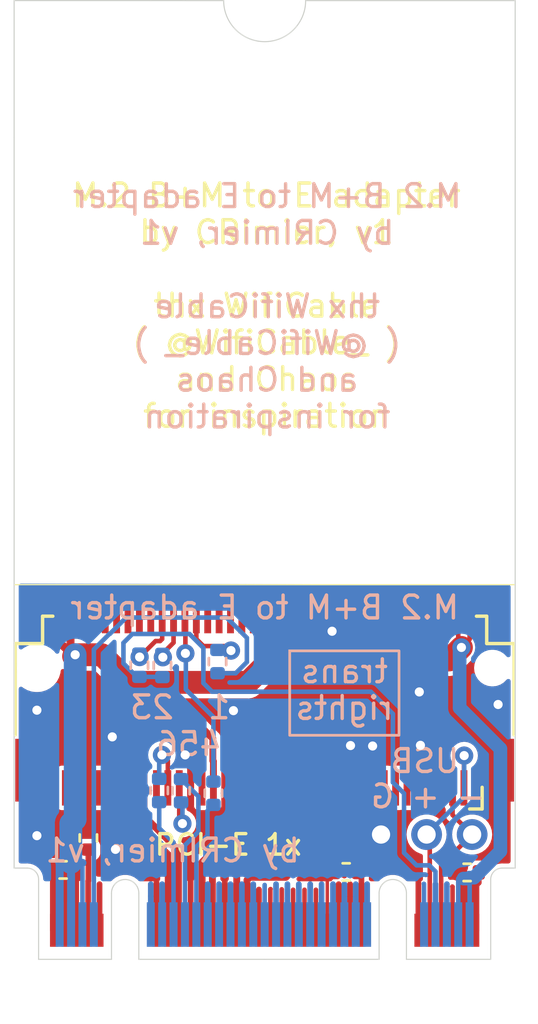
<source format=kicad_pcb>
(kicad_pcb (version 20211014) (generator pcbnew)
  (layers (0 "F.Cu" signal) (31 "B.Cu" signal) (34 "B.Paste" user) (35 "F.Paste" user) (36 "B.SilkS" user "B.Silkscreen") (37 "F.SilkS" user "F.Silkscreen") (38 "B.Mask" user) (39 "F.Mask" user) (44 "Edge.Cuts" user))
  (net 0 "")
  (net 1 "Net-(R3-Pad2)")
  (net 2 "~{PERST}")
  (net 3 "Net-(R4-Pad2)")
  (net 4 "~{CLKREQ}")
  (net 5 "Net-(R5-Pad2)")
  (net 6 "~{PEWAKE}")
  (net 7 "Net-(R6-Pad2)")
  (net 8 "SUSCLK")
  (net 9 "GND")
  (net 10 "+3V3")
  (net 11 "/PCIE_~{SATA}")
  (net 13 "/REFCLK+")
  (net 14 "/REFCLK-")
  (net 15 "/PET0+")
  (net 17 "/PET0-")
  (net 20 "/PER0+")
  (net 22 "/PER0-")
  (net 24 "/PET1+")
  (net 26 "/PET1-")
  (net 29 "/PER1+")
  (net 30 "/PER1-")
  (net 41 "unconnected-(U2-Pad5)")
  (net 42 "unconnected-(U2-Pad6)")
  (net 43 "W_DIS1")
  (net 44 "unconnected-(U2-Pad20)")
  (net 45 "unconnected-(U2-Pad22)")
  (net 46 "unconnected-(U2-Pad23)")
  (net 47 "unconnected-(U2-Pad24)")
  (net 48 "unconnected-(U2-Pad25)")
  (net 49 "unconnected-(U2-Pad26)")
  (net 50 "unconnected-(U2-Pad28)")
  (net 51 "unconnected-(U2-Pad30)")
  (net 52 "unconnected-(U2-Pad32)")
  (net 53 "unconnected-(U2-Pad34)")
  (net 54 "unconnected-(U2-Pad36)")
  (net 55 "unconnected-(U2-Pad40)")
  (net 56 "unconnected-(U2-Pad42)")
  (net 57 "unconnected-(U2-Pad44)")
  (net 58 "unconnected-(U2-Pad46)")
  (net 59 "unconnected-(U2-Pad48)")
  (net 60 "D+")
  (net 61 "unconnected-(U2-Pad56)")
  (net 62 "D-")
  (net 63 "unconnected-(U2-Pad58)")
  (net 64 "Net-(R7-Pad1)")
  (net 65 "Net-(R8-Pad1)")
  (net 66 "Net-(U2-Pad8)")
  (net 67 "Net-(R10-Pad1)")
  (net 68 "unconnected-(U2-Pad67)")
  (net 69 "W_DIS2")
  (net 87 "unconnected-(U2-Pad10)")
  (net 88 "unconnected-(U2-Pad38)")
  (net 90 "unconnected-(U2-Pad33)")
  (net 91 "unconnected-(U2-Pad39)")
  (footprint "nvme_bm_to_m:NGFF_B+M" (layer "F.Cu") (at 140 170.92)
    (fp_text reference "U2" hide)
    (fp_text value "NGFF_B")
    (fp_line (start -5.525 -2.9) (end -5.525 0) (layer "Edge.Cuts") (width 0.05))
    (fp_line (start -6.725 0) (end -6.725 -2.9) (layer "Edge.Cuts") (width 0.05))
    (fp_line (start 0 0) (end 5.025 0) (layer "Edge.Cuts") (width 0.05))
    (fp_line (start -11 -4) (end -10.425 -4) (layer "Edge.Cuts") (width 0.05))
    (fp_line (start 9.925 0) (end 9.925 -3.5) (layer "Edge.Cuts") (width 0.05))
    (fp_line (start 6.225 0) (end 9.925 0) (layer "Edge.Cuts") (width 0.05))
    (fp_line (start 6.225 -2.9) (end 6.225 0) (layer "Edge.Cuts") (width 0.05))
    (fp_line (start 10.425 -4) (end 11 -4) (layer "Edge.Cuts") (width 0.05))
    (fp_line (start -5.525 0) (end 0 0) (layer "Edge.Cuts") (width 0.05))
    (fp_line (start -9.925 -3.5) (end -9.925 0) (layer "Edge.Cuts") (width 0.05))
    (fp_line (start 5.025 0) (end 5.025 -2.9) (layer "Edge.Cuts") (width 0.05))
    (fp_line (start -9.925 0) (end -6.725 0) (layer "Edge.Cuts") (width 0.05))
    (fp_arc (start -10.425 -4) (mid -10.071447 -3.853553) (end -9.925 -3.5) (layer "Edge.Cuts") (width 0.05))
    (fp_arc (start -6.725 -2.9) (mid -6.125 -3.5) (end -5.525 -2.9) (layer "Edge.Cuts") (width 0.05))
    (fp_arc (start 9.925 -3.5) (mid 10.071447 -3.853553) (end 10.425 -4) (layer "Edge.Cuts") (width 0.05))
    (fp_arc (start 5.025 -2.9) (mid 5.625 -3.5) (end 6.225 -2.9) (layer "Edge.Cuts") (width 0.05))
    (pad "1" smd rect locked (at 9.25 -1.275) (size 0.35 1.45) (layers "F.Cu") (net 64 "Net-(R7-Pad1)"))
    (pad "2" smd rect locked (at 9 -1.525) (size 0.35 1.95) (layers "B.Cu") (net 10 "+3V3"))
    (pad "3" smd rect locked (at 8.75 -1.275) (size 0.35 1.45) (layers "F.Cu") (net 9 "GND"))
    (pad "4" smd rect locked (at 8.5 -1.525) (size 0.35 1.95) (layers "B.Cu") (net 10 "+3V3"))
    (pad "5" smd rect locked (at 8.25 -1.275) (size 0.35 1.45) (layers "F.Cu") (net 41 "unconnected-(U2-Pad5)"))
    (pad "6" smd rect locked (at 8 -1.525) (size 0.35 1.95) (layers "B.Cu") (net 42 "unconnected-(U2-Pad6)"))
    (pad "7" smd rect locked (at 7.75 -1.275) (size 0.35 1.45) (layers "F.Cu") (net 62 "D-"))
    (pad "8" smd rect locked (at 7.5 -1.525) (size 0.35 1.95) (layers "B.Cu") (net 66 "Net-(U2-Pad8)"))
    (pad "9" smd rect locked (at 7.25 -1.275) (size 0.35 1.45) (layers "F.Cu") (net 60 "D+"))
    (pad "10" smd rect locked (at 7 -1.525) (size 0.35 1.95) (layers "B.Cu") (net 87 "unconnected-(U2-Pad10)"))
    (pad "11" smd rect locked (at 6.75 -1.275) (size 0.35 1.45) (layers "F.Cu") (net 9 "GND"))
    (pad "20" smd rect locked (at 4.5 -1.525) (size 0.35 1.95) (layers "B.Cu") (net 44 "unconnected-(U2-Pad20)"))
    (pad "21" smd rect locked (at 4.25 -1.275) (size 0.35 1.45) (layers "F.Cu") (net 65 "Net-(R8-Pad1)"))
    (pad "22" smd rect locked (at 4 -1.525) (size 0.35 1.95) (layers "B.Cu") (net 45 "unconnected-(U2-Pad22)"))
    (pad "23" smd rect locked (at 3.75 -1.275) (size 0.35 1.45) (layers "F.Cu") (net 46 "unconnected-(U2-Pad23)"))
    (pad "24" smd rect locked (at 3.5 -1.525) (size 0.35 1.95) (layers "B.Cu") (net 47 "unconnected-(U2-Pad24)"))
    (pad "25" smd rect locked (at 3.25 -1.275) (size 0.35 1.45) (layers "F.Cu") (net 48 "unconnected-(U2-Pad25)"))
    (pad "26" smd rect locked (at 3 -1.525) (size 0.35 1.95) (layers "B.Cu") (net 49 "unconnected-(U2-Pad26)"))
    (pad "27" smd rect locked (at 2.75 -1.275) (size 0.35 1.45) (layers "F.Cu") (net 9 "GND"))
    (pad "28" smd rect locked (at 2.5 -1.525) (size 0.35 1.95) (layers "B.Cu") (net 50 "unconnected-(U2-Pad28)"))
    (pad "29" smd rect locked (at 2.25 -1.275) (size 0.35 1.45) (layers "F.Cu") (net 30 "/PER1-"))
    (pad "30" smd rect locked (at 2 -1.525) (size 0.35 1.95) (layers "B.Cu") (net 51 "unconnected-(U2-Pad30)"))
    (pad "31" smd rect locked (at 1.75 -1.275) (size 0.35 1.45) (layers "F.Cu") (net 29 "/PER1+"))
    (pad "32" smd rect locked (at 1.5 -1.525) (size 0.35 1.95) (layers "B.Cu") (net 52 "unconnected-(U2-Pad32)"))
    (pad "33" smd rect locked (at 1.25 -1.275) (size 0.35 1.45) (layers "F.Cu") (net 90 "unconnected-(U2-Pad33)"))
    (pad "34" smd rect locked (at 1 -1.525) (size 0.35 1.95) (layers "B.Cu") (net 53 "unconnected-(U2-Pad34)"))
    (pad "35" smd rect locked (at 0.75 -1.275) (size 0.35 1.45) (layers "F.Cu") (net 26 "/PET1-"))
    (pad "36" smd rect locked (at 0.5 -1.525) (size 0.35 1.95) (layers "B.Cu") (net 54 "unconnected-(U2-Pad36)"))
    (pad "37" smd rect locked (at 0.25 -1.275) (size 0.35 1.45) (layers "F.Cu") (net 24 "/PET1+"))
    (pad "38" smd rect locked (at 0 -1.525) (size 0.35 1.95) (layers "B.Cu") (net 88 "unconnected-(U2-Pad38)"))
    (pad "39" smd rect locked (at -0.25 -1.275) (size 0.35 1.45) (layers "F.Cu") (net 91 "unconnected-(U2-Pad39)"))
    (pad "40" smd rect locked (at -0.5 -1.525) (size 0.35 1.95) (layers "B.Cu") (net 55 "unconnected-(U2-Pad40)"))
    (pad "41" smd rect locked (at -0.75 -1.275) (size 0.35 1.45) (layers "F.Cu") (net 22 "/PER0-"))
    (pad "42" smd rect locked (at -1 -1.525) (size 0.35 1.95) (layers "B.Cu") (net 56 "unconnected-(U2-Pad42)"))
    (pad "43" smd rect locked (at -1.25 -1.275) (size 0.35 1.45) (layers "F.Cu") (net 20 "/PER0+"))
    (pad "44" smd rect locked (at -1.5 -1.525) (size 0.35 1.95) (layers "B.Cu") (net 57 "unconnected-(U2-Pad44)"))
    (pad "45" smd rect locked (at -1.75 -1.275) (size 0.35 1.45) (layers "F.Cu") (net 9 "GND"))
    (pad "46" smd rect locked (at -2 -1.525) (size 0.35 1.95) (layers "B.Cu") (net 58 "unconnected-(U2-Pad46)"))
    (pad "47" smd rect locked (at -2.25 -1.275) (size 0.35 1.45) (layers "F.Cu") (net 17 "/PET0-"))
    (pad "48" smd rect locked (at -2.5 -1.525) (size 0.35 1.95) (layers "B.Cu") (net 59 "unconnected-(U2-Pad48)"))
    (pad "49" smd rect locked (at -2.75 -1.275) (size 0.35 1.45) (layers "F.Cu") (net 15 "/PET0+"))
    (pad "50" smd rect locked (at -3 -1.525) (size 0.35 1.95) (layers "B.Cu") (net 1 "Net-(R3-Pad2)"))
    (pad "51" smd rect locked (at -3.25 -1.275) (size 0.35 1.45) (layers "F.Cu") (net 9 "GND"))
    (pad "52" smd rect locked (at -3.5 -1.525) (size 0.35 1.95) (layers "B.Cu") (net 3 "Net-(R4-Pad2)"))
    (pad "53" smd rect locked (at -3.75 -1.275) (size 0.35 1.45) (layers "F.Cu") (net 14 "/REFCLK-"))
    (pad "54" smd rect locked (at -4 -1.525) (size 0.35 1.95) (layers "B.Cu") (net 5 "Net-(R5-Pad2)"))
    (pad "55" smd rect locked (at -4.25 -1.275) (size 0.35 1.45) (layers "F.Cu") (net 13 "/REFCLK+"))
    (pad "56" smd rect locked (at -4.5 -1.525) (size 0.35 1.95) (layers "B.Cu") (net 61 "unconnected-(U2-Pad56)"))
    (pad "57" smd rect locked (at -4.75 -1.275) (size 0.35 1.45) (layers "F.Cu") (net 9 "GND"))
    (pad "58" smd rect locked (at -5 -1.525) (size 0.35 1.95) (layers "B.Cu") (net 63 "unconnected-(U2-Pad58)"))
    (pad "67" smd rect locked (at -7.25 -1.275) (size 0.35 1.45) (layers "F.Cu") (net 68 "unconnected-(U2-Pad67)"))
    (pad "68" smd rect locked (at -7.5 -1.525) (size 0.35 1.95) (layers "B.Cu") (net 7 "Net-(R6-Pad2)"))
    (pad "69" smd rect locked (at -7.75 -1.275) (size 0.35 1.45) (layers "F.Cu") (net 11 "/PCIE_~{SATA}"))
    (pad "70" smd rect locked (at -8 -1.525) (size 0.35 1.95) (layers "B.Cu") (net 10 "+3V3"))
    (pad "71" smd rect locked (at -8.25 -1.275) (size 0.35 1.45) (layers "F.Cu") (net 9 "GND"))
    (pad "72" smd rect locked (at -8.5 -1.525) (size 0.35 1.95) (layers "B.Cu") (net 10 "+3V3"))
    (pad "73" smd rect locked (at -8.75 -1.275) (size 0.35 1.45) (layers "F.Cu") (net 9 "GND"))
    (pad "74" smd rect locked (at -9 -1.525) (size 0.35 1.95) (layers "B.Cu") (net 10 "+3V3"))
    (pad "75" smd rect locked (at -9.25 -1.275) (size 0.35 1.45) (layers "F.Cu") (net 67 "Net-(R10-Pad1)"))
  )
  (footprint "Resistor_SMD:R_0402_1005Metric" (layer "F.Cu") (at 148.89 167.11 180)
    (fp_text reference "R7" hide)
    (fp_text value "0R")
    (fp_line (start -0.153641 0.38) (end 0.153641 0.38) (layer "F.SilkS") (width 0.12))
    (fp_line (start -0.153641 -0.38) (end 0.153641 -0.38) (layer "F.SilkS") (width 0.12))
    (pad "1" smd roundrect locked (at -0.51 0 180) (size 0.54 0.64) (layers "F.Cu" "F.Paste" "F.Mask") (net 64 "Net-(R7-Pad1)"))
    (pad "2" smd roundrect locked (at 0.51 0 180) (size 0.54 0.64) (layers "F.Cu" "F.Paste" "F.Mask") (net 9 "GND"))
  )
  (footprint "Resistor_SMD:R_0402_1005Metric" (layer "F.Cu") (at 143.58 167.09 180)
    (fp_text reference "R8" hide)
    (fp_text value "0R")
    (fp_line (start -0.153641 -0.38) (end 0.153641 -0.38) (layer "F.SilkS") (width 0.12))
    (fp_line (start -0.153641 0.38) (end 0.153641 0.38) (layer "F.SilkS") (width 0.12))
    (pad "1" smd roundrect locked (at -0.51 0 180) (size 0.54 0.64) (layers "F.Cu" "F.Paste" "F.Mask") (net 65 "Net-(R8-Pad1)"))
    (pad "2" smd roundrect locked (at 0.51 0 180) (size 0.54 0.64) (layers "F.Cu" "F.Paste" "F.Mask") (net 9 "GND"))
  )
  (footprint "Resistor_SMD:R_0402_1005Metric" (layer "F.Cu") (at 132.26 165.6 90)
    (fp_text reference "R9" hide)
    (fp_text value "0R")
    (fp_line (start -0.153641 0.38) (end 0.153641 0.38) (layer "F.SilkS") (width 0.12))
    (fp_line (start -0.153641 -0.38) (end 0.153641 -0.38) (layer "F.SilkS") (width 0.12))
    (pad "1" smd roundrect locked (at -0.51 0 90) (size 0.54 0.64) (layers "F.Cu" "F.Paste" "F.Mask") (net 11 "/PCIE_~{SATA}"))
    (pad "2" smd roundrect locked (at 0.51 0 90) (size 0.54 0.64) (layers "F.Cu" "F.Paste" "F.Mask") (net 9 "GND"))
  )
  (footprint "Resistor_SMD:R_0402_1005Metric" (layer "F.Cu") (at 131.15 167)
    (fp_text reference "R10" hide)
    (fp_text value "0R")
    (fp_line (start -0.153641 0.38) (end 0.153641 0.38) (layer "F.SilkS") (width 0.12))
    (fp_line (start -0.153641 -0.38) (end 0.153641 -0.38) (layer "F.SilkS") (width 0.12))
    (pad "1" smd roundrect locked (at -0.51 0) (size 0.54 0.64) (layers "F.Cu" "F.Paste" "F.Mask") (net 67 "Net-(R10-Pad1)"))
    (pad "2" smd roundrect locked (at 0.51 0) (size 0.54 0.64) (layers "F.Cu" "F.Paste" "F.Mask") (net 9 "GND"))
  )
  (footprint "nvme_bm_to_m:hole" (layer "F.Cu") (at 133.25 153)
    (fp_text reference "REF**" hide)
    (fp_text value "hole")
    (pad "" np_thru_hole circle locked (at 0 0) (size 0.8 0.8) (drill 0.8) (layers *.Cu *.Mask))
  )
  (footprint "nvme_bm_to_m:hole" (layer "F.Cu") (at 131.6 153)
    (fp_text reference "REF**" hide)
    (fp_text value "hole")
    (pad "" np_thru_hole circle locked (at 0 0) (size 0.8 0.8) (drill 0.8) (layers *.Cu *.Mask))
  )
  (footprint "nvme_bm_to_m:hole" (layer "F.Cu") (at 130.1 153)
    (fp_text reference "REF**" hide)
    (fp_text value "hole")
    (pad "" np_thru_hole circle locked (at 0 0) (size 0.8 0.8) (drill 0.8) (layers *.Cu *.Mask))
  )
  (footprint "nvme_bm_to_m:hole" (layer "F.Cu") (at 134.75 153)
    (fp_text reference "REF**" hide)
    (fp_text value "hole")
    (pad "" np_thru_hole circle locked (at 0 0) (size 0.8 0.8) (drill 0.8) (layers *.Cu *.Mask))
  )
  (footprint "nvme_bm_to_m:hole" (layer "F.Cu") (at 136.25 153)
    (fp_text reference "REF**" hide)
    (fp_text value "hole")
    (pad "" np_thru_hole circle locked (at 0 0) (size 0.8 0.8) (drill 0.8) (layers *.Cu *.Mask))
  )
  (footprint "nvme_bm_to_m:hole" (layer "F.Cu") (at 137.75 153)
    (fp_text reference "REF**" hide)
    (fp_text value "hole")
    (pad "" np_thru_hole circle locked (at 0 0) (size 0.8 0.8) (drill 0.8) (layers *.Cu *.Mask))
  )
  (footprint "nvme_bm_to_m:hole" (layer "F.Cu") (at 139.25 153)
    (fp_text reference "REF**" hide)
    (fp_text value "hole")
    (pad "" np_thru_hole circle locked (at 0 0) (size 0.8 0.8) (drill 0.8) (layers *.Cu *.Mask))
  )
  (footprint "nvme_bm_to_m:hole" (layer "F.Cu") (at 140.75 153)
    (fp_text reference "REF**" hide)
    (fp_text value "hole")
    (pad "" np_thru_hole circle locked (at 0 0) (size 0.8 0.8) (drill 0.8) (layers *.Cu *.Mask))
  )
  (footprint "nvme_bm_to_m:hole" (layer "F.Cu") (at 142.25 153)
    (fp_text reference "REF**" hide)
    (fp_text value "hole")
    (pad "" np_thru_hole circle locked (at 0 0) (size 0.8 0.8) (drill 0.8) (layers *.Cu *.Mask))
  )
  (footprint "nvme_bm_to_m:hole" (layer "F.Cu") (at 143.75 153)
    (fp_text reference "REF**" hide)
    (fp_text value "hole")
    (pad "" np_thru_hole circle locked (at 0 0) (size 0.8 0.8) (drill 0.8) (layers *.Cu *.Mask))
  )
  (footprint "nvme_bm_to_m:hole" (layer "F.Cu") (at 145.25 153)
    (fp_text reference "REF**" hide)
    (fp_text value "hole")
    (pad "" np_thru_hole circle locked (at 0 0) (size 0.8 0.8) (drill 0.8) (layers *.Cu *.Mask))
  )
  (footprint "nvme_bm_to_m:hole" (layer "F.Cu") (at 146.75 153)
    (fp_text reference "REF**" hide)
    (fp_text value "hole")
    (pad "" np_thru_hole circle locked (at 0 0) (size 0.8 0.8) (drill 0.8) (layers *.Cu *.Mask))
  )
  (footprint "nvme_bm_to_m:hole" (layer "F.Cu") (at 149.9 153)
    (fp_text reference "REF**" hide)
    (fp_text value "hole")
    (pad "" np_thru_hole circle locked (at 0 0) (size 0.8 0.8) (drill 0.8) (layers *.Cu *.Mask))
  )
  (footprint "nvme_bm_to_m:hole" (layer "F.Cu") (at 148.4 153)
    (fp_text reference "REF**" hide)
    (fp_text value "hole")
    (pad "" np_thru_hole circle locked (at 0 0) (size 0.8 0.8) (drill 0.8) (layers *.Cu *.Mask))
  )
  (footprint "nvme_bm_to_m:Conn_TE-M.2-0.5-67P-doublesided_TypeE" (layer "F.Cu") (at 140 158.13 180)
    (fp_text reference "U1" hide)
    (fp_text value "NGFF_E")
    (fp_line (start -9.75 2.25) (end -9.75 1.05) (layer "F.SilkS") (width 0.15))
    (fp_line (start -9.75 1.05) (end -10.95 1.05) (layer "F.SilkS") (width 0.15))
    (fp_line (start 10.95 1.05) (end 9.75 1.05) (layer "F.SilkS") (width 0.15))
    (fp_line (start 9.75 2.25) (end 9.3 2.25) (layer "F.SilkS") (width 0.15))
    (fp_line (start 9.75 1.05) (end 9.75 2.25) (layer "F.SilkS") (width 0.15))
    (fp_line (start -10.95 1.05) (end -10.95 -2.95) (layer "F.SilkS") (width 0.15))
    (fp_line (start -9.55 -6.2) (end -9 -6.2) (layer "F.SilkS") (width 0.15))
    (fp_line (start -9.55 -5.25) (end -9.55 -6.2) (layer "F.SilkS") (width 0.15))
    (fp_line (start 10.95 1.05) (end 10.95 -2.95) (layer "F.SilkS") (width 0.15))
    (fp_line (start -9.3 2.25) (end -9.75 2.25) (layer "F.SilkS") (width 0.15))
    (pad "" np_thru_hole circle (at 10 -0.025 180) (size 1.6 1.6) (drill 1.6) (layers *.Cu))
    (pad "" np_thru_hole circle (at -10 -0.025 180) (size 1.1 1.1) (drill 1.1) (layers *.Cu))
    (pad "1" smd rect (at -9.25 -5.275 180) (size 0.3 1.55) (layers "F.Cu" "F.Paste" "F.Mask") (net 9 "GND"))
    (pad "2" smd rect (at -9 2.275 180) (size 0.3 1.55) (layers "F.Cu" "F.Paste" "F.Mask") (net 10 "+3V3"))
    (pad "3" smd rect (at -8.75 -5.275 180) (size 0.3 1.55) (layers "F.Cu" "F.Paste" "F.Mask") (net 60 "D+"))
    (pad "4" smd rect (at -8.5 2.275 180) (size 0.3 1.55) (layers "F.Cu" "F.Paste" "F.Mask") (net 10 "+3V3"))
    (pad "5" smd rect (at -8.25 -5.275 180) (size 0.3 1.55) (layers "F.Cu" "F.Paste" "F.Mask") (net 62 "D-"))
    (pad "6" smd rect (at -8 2.275 180) (size 0.3 1.55) (layers "F.Cu" "F.Paste" "F.Mask"))
    (pad "7" smd rect (at -7.75 -5.275 180) (size 0.3 1.55) (layers "F.Cu" "F.Paste" "F.Mask") (net 9 "GND"))
    (pad "8" smd rect (at -7.5 2.275 180) (size 0.3 1.55) (layers "F.Cu" "F.Paste" "F.Mask"))
    (pad "9" smd rect (at -7.25 -5.275 180) (size 0.3 1.55) (layers "F.Cu" "F.Paste" "F.Mask"))
    (pad "10" smd rect (at -7 2.275 180) (size 0.3 1.55) (layers "F.Cu" "F.Paste" "F.Mask"))
    (pad "11" smd rect (at -6.75 -5.275 180) (size 0.3 1.55) (layers "F.Cu" "F.Paste" "F.Mask"))
    (pad "12" smd rect (at -6.5 2.275 180) (size 0.3 1.55) (layers "F.Cu" "F.Paste" "F.Mask"))
    (pad "13" smd rect (at -6.25 -5.275 180) (size 0.3 1.55) (layers "F.Cu" "F.Paste" "F.Mask"))
    (pad "14" smd rect (at -6 2.275 180) (size 0.3 1.55) (layers "F.Cu" "F.Paste" "F.Mask"))
    (pad "15" smd rect (at -5.75 -5.275 180) (size 0.3 1.55) (layers "F.Cu" "F.Paste" "F.Mask"))
    (pad "16" smd rect (at -5.5 2.275 180) (size 0.3 1.55) (layers "F.Cu" "F.Paste" "F.Mask"))
    (pad "17" smd rect (at -5.25 -5.275 180) (size 0.3 1.55) (layers "F.Cu" "F.Paste" "F.Mask"))
    (pad "18" smd rect (at -5 2.275 180) (size 0.3 1.55) (layers "F.Cu" "F.Paste" "F.Mask") (net 9 "GND"))
    (pad "19" smd rect (at -4.75 -5.275 180) (size 0.3 1.55) (layers "F.Cu" "F.Paste" "F.Mask"))
    (pad "20" smd rect (at -4.5 2.275 180) (size 0.3 1.55) (layers "F.Cu" "F.Paste" "F.Mask"))
    (pad "21" smd rect (at -4.25 -5.275 180) (size 0.3 1.55) (layers "F.Cu" "F.Paste" "F.Mask"))
    (pad "22" smd rect (at -4 2.275 180) (size 0.3 1.55) (layers "F.Cu" "F.Paste" "F.Mask"))
    (pad "23" smd rect (at -3.75 -5.275 180) (size 0.3 1.55) (layers "F.Cu" "F.Paste" "F.Mask"))
    (pad "32" smd rect (at -1.5 2.275 180) (size 0.3 1.55) (layers "F.Cu" "F.Paste" "F.Mask"))
    (pad "33" smd rect (at -1.25 -5.275 180) (size 0.3 1.55) (layers "F.Cu" "F.Paste" "F.Mask") (net 9 "GND"))
    (pad "34" smd rect (at -1 2.275 180) (size 0.3 1.55) (layers "F.Cu" "F.Paste" "F.Mask"))
    (pad "35" smd rect (at -0.75 -5.275 180) (size 0.3 1.55) (layers "F.Cu" "F.Paste" "F.Mask") (net 17 "/PET0-"))
    (pad "36" smd rect (at -0.5 2.275 180) (size 0.3 1.55) (layers "F.Cu" "F.Paste" "F.Mask"))
    (pad "37" smd rect (at -0.25 -5.275 180) (size 0.3 1.55) (layers "F.Cu" "F.Paste" "F.Mask") (net 15 "/PET0+"))
    (pad "38" smd rect (at 0 2.275 180) (size 0.3 1.55) (layers "F.Cu" "F.Paste" "F.Mask"))
    (pad "39" smd rect (at 0.25 -5.275 180) (size 0.3 1.55) (layers "F.Cu" "F.Paste" "F.Mask") (net 9 "GND"))
    (pad "40" smd rect (at 0.5 2.275 180) (size 0.3 1.55) (layers "F.Cu" "F.Paste" "F.Mask"))
    (pad "41" smd rect (at 0.75 -5.275 180) (size 0.3 1.55) (layers "F.Cu" "F.Paste" "F.Mask") (net 20 "/PER0+"))
    (pad "42" smd rect (at 1 2.275 180) (size 0.3 1.55) (layers "F.Cu" "F.Paste" "F.Mask"))
    (pad "43" smd rect (at 1.25 -5.275 180) (size 0.3 1.55) (layers "F.Cu" "F.Paste" "F.Mask") (net 22 "/PER0-"))
    (pad "44" smd rect (at 1.5 2.275 180) (size 0.3 1.55) (layers "F.Cu" "F.Paste" "F.Mask"))
    (pad "45" smd rect (at 1.75 -5.275 180) (size 0.3 1.55) (layers "F.Cu" "F.Paste" "F.Mask") (net 9 "GND"))
    (pad "46" smd rect (at 2 2.275 180) (size 0.3 1.55) (layers "F.Cu" "F.Paste" "F.Mask"))
    (pad "47" smd rect (at 2.25 -5.275 180) (size 0.3 1.55) (layers "F.Cu" "F.Paste" "F.Mask") (net 13 "/REFCLK+"))
    (pad "48" smd rect (at 2.5 2.275 180) (size 0.3 1.55) (layers "F.Cu" "F.Paste" "F.Mask"))
    (pad "49" smd rect (at 2.75 -5.275 180) (size 0.3 1.55) (layers "F.Cu" "F.Paste" "F.Mask") (net 14 "/REFCLK-"))
    (pad "50" smd rect (at 3 2.275 180) (size 0.3 1.55) (layers "F.Cu" "F.Paste" "F.Mask") (net 8 "SUSCLK"))
    (pad "51" smd rect (at 3.25 -5.275 180) (size 0.3 1.55) (layers "F.Cu" "F.Paste" "F.Mask") (net 9 "GND"))
    (pad "52" smd rect (at 3.5 2.275 180) (size 0.3 1.55) (layers "F.Cu" "F.Paste" "F.Mask") (net 2 "~{PERST}"))
    (pad "53" smd rect (at 3.75 -5.275 180) (size 0.3 1.55) (layers "F.Cu" "F.Paste" "F.Mask") (net 4 "~{CLKREQ}"))
    (pad "54" smd rect (at 4 2.275 180) (size 0.3 1.55) (layers "F.Cu" "F.Paste" "F.Mask") (net 69 "W_DIS2"))
    (pad "55" smd rect (at 4.25 -5.275 180) (size 0.3 1.55) (layers "F.Cu" "F.Paste" "F.Mask") (net 6 "~{PEWAKE}"))
    (pad "56" smd rect (at 4.5 2.275 180) (size 0.3 1.55) (layers "F.Cu" "F.Paste" "F.Mask") (net 43 "W_DIS1"))
    (pad "57" smd rect (at 4.75 -5.275 180) (size 0.3 1.55) (layers "F.Cu" "F.Paste" "F.Mask"))
    (pad "58" smd rect (at 5 2.275 180) (size 0.3 1.55) (layers "F.Cu" "F.Paste" "F.Mask"))
    (pad "60" smd rect (at 5.5 2.275 180) (size 0.3 1.55) (layers "F.Cu" "F.Paste" "F.Mask"))
    (pad "62" smd rect (at 6 2.275 180) (size 0.3 1.55) (layers "F.Cu" "F.Paste" "F.Mask"))
    (pad "63" smd rect (at 6.25 -5.275 180) (size 0.3 1.55) (layers "F.Cu" "F.Paste" "F.Mask") (net 9 "GND"))
    (pad "64" smd rect (at 6.5 2.275 180) (size 0.3 1.55) (layers "F.Cu" "F.Paste" "F.Mask"))
    (pad "65" smd rect (at 6.75 -5.275 180) (size 0.3 1.55) (layers "F.Cu" "F.Paste" "F.Mask"))
    (pad "66" smd rect (at 7 2.275 180) (size 0.3 1.55) (layers "F.Cu" "F.Paste" "F.Mask"))
    (pad "67" smd rect (at 7.25 -5.275 180) (size 0.3 1.55) (layers "F.Cu" "F.Paste" "F.Mask"))
    (pad "68" smd rect (at 7.5 2.275 180) (size 0.3 1.55) (layers "F.Cu" "F.Paste" "F.Mask"))
    (pad "69" smd rect (at 7.75 -5.275 180) (size 0.3 1.55) (layers "F.Cu" "F.Paste" "F.Mask") (net 9 "GND"))
    (pad "70" smd rect (at 8 2.275 180) (size 0.3 1.55) (layers "F.Cu" "F.Paste" "F.Mask"))
    (pad "71" smd rect (at 8.25 -5.275 180) (size 0.3 1.55) (layers "F.Cu" "F.Paste" "F.Mask"))
    (pad "72" smd rect (at 8.5 2.275 180) (size 0.3 1.55) (layers "F.Cu" "F.Paste" "F.Mask") (net 10 "+3V3"))
    (pad "73" smd rect (at 8.75 -5.275 180) (size 0.3 1.55) (layers "F.Cu" "F.Paste" "F.Mask"))
    (pad "74" smd rect (at 9 2.275 180) (size 0.3 1.55) (layers "F.Cu" "F.Paste" "F.Mask") (net 10 "+3V3"))
    (pad "75" smd rect (at 9.25 -5.275 180) (size 0.3 1.55) (layers "F.Cu" "F.Paste" "F.Mask") (net 9 "GND"))
    (pad "MP" smd rect (at 10.35 -4.5 180) (size 1.2 2.75) (layers "F.Cu" "F.Paste" "F.Mask") (net 9 "GND"))
    (pad "MP" smd rect (at -10.35 -4.5 180) (size 1.2 2.75) (layers "F.Cu" "F.Paste" "F.Mask") (net 9 "GND"))
  )
  (footprint "Connector_PinHeader_2.00mm:PinHeader_1x03_P2.00mm_Vertical" (layer "F.Cu") (at 145.11 165.45 90)
    (fp_text reference "J1" hide)
    (fp_text value "USB")
    (pad "1" thru_hole rect (at 0 0 90) (size 1.35 1.35) (drill 0.8) (layers *.Cu *.Mask) (net 9 "GND"))
    (pad "2" thru_hole oval (at 0 2 90) (size 1.35 1.35) (drill 0.8) (layers *.Cu *.Mask) (net 60 "D+"))
    (pad "3" thru_hole oval (at 0 4 90) (size 1.35 1.35) (drill 0.8) (layers *.Cu *.Mask) (net 62 "D-"))
  )
  (footprint "Resistor_SMD:R_0402_1005Metric" (layer "B.Cu") (at 137.75 163.64 -90)
    (fp_text reference "R3" hide)
    (fp_text value "0R")
    (fp_line (start -0.153641 0.38) (end 0.153641 0.38) (layer "B.SilkS") (width 0.12))
    (fp_line (start -0.153641 -0.38) (end 0.153641 -0.38) (layer "B.SilkS") (width 0.12))
    (pad "1" smd roundrect (at -0.51 0 270) (size 0.54 0.64) (layers "B.Cu" "B.Paste" "B.Mask") (net 2 "~{PERST}"))
    (pad "2" smd roundrect (at 0.51 0 270) (size 0.54 0.64) (layers "B.Cu" "B.Paste" "B.Mask") (net 1 "Net-(R3-Pad2)"))
  )
  (footprint "Resistor_SMD:R_0402_1005Metric" (layer "B.Cu") (at 136.33 163.53 90)
    (fp_text reference "R4" hide)
    (fp_text value "0R")
    (fp_line (start -0.153641 -0.38) (end 0.153641 -0.38) (layer "B.SilkS") (width 0.12))
    (fp_line (start -0.153641 0.38) (end 0.153641 0.38) (layer "B.SilkS") (width 0.12))
    (pad "1" smd roundrect (at -0.51 0 90) (size 0.54 0.64) (layers "B.Cu" "B.Paste" "B.Mask") (net 4 "~{CLKREQ}"))
    (pad "2" smd roundrect (at 0.51 0 90) (size 0.54 0.64) (layers "B.Cu" "B.Paste" "B.Mask") (net 3 "Net-(R4-Pad2)"))
  )
  (footprint "Resistor_SMD:R_0402_1005Metric" (layer "B.Cu") (at 135.37 163.52 -90)
    (fp_text reference "R5" hide)
    (fp_text value "0R")
    (fp_line (start -0.153641 0.38) (end 0.153641 0.38) (layer "B.SilkS") (width 0.12))
    (fp_line (start -0.153641 -0.38) (end 0.153641 -0.38) (layer "B.SilkS") (width 0.12))
    (pad "1" smd roundrect (at -0.51 0 270) (size 0.54 0.64) (layers "B.Cu" "B.Paste" "B.Mask") (net 6 "~{PEWAKE}"))
    (pad "2" smd roundrect (at 0.51 0 270) (size 0.54 0.64) (layers "B.Cu" "B.Paste" "B.Mask") (net 5 "Net-(R5-Pad2)"))
  )
  (footprint "Resistor_SMD:R_0402_1005Metric" (layer "B.Cu") (at 137.93 157.87 -90)
    (fp_text reference "R6" hide)
    (fp_text value "0R")
    (fp_line (start -0.153641 -0.38) (end 0.153641 -0.38) (layer "B.SilkS") (width 0.12))
    (fp_line (start -0.153641 0.38) (end 0.153641 0.38) (layer "B.SilkS") (width 0.12))
    (pad "1" smd roundrect (at -0.51 0 270) (size 0.54 0.64) (layers "B.Cu" "B.Paste" "B.Mask") (net 8 "SUSCLK"))
    (pad "2" smd roundrect (at 0.51 0 270) (size 0.54 0.64) (layers "B.Cu" "B.Paste" "B.Mask") (net 7 "Net-(R6-Pad2)"))
  )
  (footprint "Resistor_SMD:R_0402_1005Metric" (layer "B.Cu") (at 134.5 158.03 -90)
    (fp_text reference "R1" hide)
    (fp_text value "0R")
    (fp_line (start -0.153641 -0.38) (end 0.153641 -0.38) (layer "B.SilkS") (width 0.12))
    (fp_line (start -0.153641 0.38) (end 0.153641 0.38) (layer "B.SilkS") (width 0.12))
    (pad "1" smd roundrect (at -0.51 0 270) (size 0.54 0.64) (layers "B.Cu" "B.Paste" "B.Mask") (net 43 "W_DIS1"))
    (pad "2" smd roundrect (at 0.51 0 270) (size 0.54 0.64) (layers "B.Cu" "B.Paste" "B.Mask") (net 66 "Net-(U2-Pad8)"))
  )
  (footprint "Resistor_SMD:R_0402_1005Metric" (layer "B.Cu") (at 135.51 158.04 -90)
    (fp_text reference "R11" hide)
    (fp_text value "0R")
    (fp_line (start -0.153641 -0.38) (end 0.153641 -0.38) (layer "B.SilkS") (width 0.12))
    (fp_line (start -0.153641 0.38) (end 0.153641 0.38) (layer "B.SilkS") (width 0.12))
    (pad "1" smd roundrect (at -0.51 0 270) (size 0.54 0.64) (layers "B.Cu" "B.Paste" "B.Mask") (net 69 "W_DIS2"))
    (pad "2" smd roundrect (at 0.51 0 270) (size 0.54 0.64) (layers "B.Cu" "B.Paste" "B.Mask") (net 66 "Net-(U2-Pad8)"))
  )
  (gr_rect (start 141.1 157.4) (end 145.9 161.1) (layer "B.SilkS") (width 0.12) (fill none))
  (gr_line (start 151 154.5) (end 129 154.5) (layer "F.SilkS") (width 0.05))
  (gr_arc (start 141.8 128.9) (mid 140 130.7) (end 138.2 128.9) (layer "Edge.Cuts") (width 0.05))
  (gr_line (start 129 134.899152) (end 129 128.899152) (layer "Edge.Cuts") (width 0.05))
  (gr_line (start 135 128.899152) (end 138.2 128.9) (layer "Edge.Cuts") (width 0.05))
  (gr_line (start 141.8 128.9) (end 151 128.9) (layer "Edge.Cuts") (width 0.05))
  (gr_line (start 129 154.5) (end 129 134.899152) (layer "Edge.Cuts") (width 0.05))
  (gr_line (start 135 128.899152) (end 129 128.899152) (layer "Edge.Cuts") (width 0.05))
  (gr_line (start 151 154.5) (end 151 134.9) (layer "Edge.Cuts") (width 0.05))
  (gr_line (start 151 128.9) (end 151 134.9) (layer "Edge.Cuts") (width 0.05))
  (gr_line (start 129 166.92) (end 129 154.5) (layer "Edge.Cuts") (width 0.05))
  (gr_line (start 151 166.92) (end 151 154.5) (layer "Edge.Cuts") (width 0.05))
  (gr_text "M.2 B+M to E adapter\nby CRImier, v1\n\nthx WifiCable\n( @WifiCable_ )\nand Chaos\nfor inspiration" (at 140.11 142.3) (layer "B.SilkS") (effects (font (size 1 1)) (justify mirror)))
  (gr_text "USB" (at 147.03 162.23) (layer "B.SilkS") (effects (font (size 1 1)) (justify mirror)))
  (gr_text "by CRImier, v1" (at 135.96 166.15) (layer "B.SilkS") (effects (font (size 1 1)) (justify mirror)))
  (gr_text "trans\nrights" (at 143.5 159.1) (layer "B.SilkS") (effects (font (size 1 1)) (justify mirror)))
  (gr_text "M.2 B+M to E adapter" (at 140 155.5) (layer "B.SilkS") (effects (font (size 1 1)) (justify mirror)))
  (gr_text "- + G" (at 147.18 163.78) (layer "B.SilkS") (effects (font (size 1 1)) (justify mirror)))
  (gr_text "1  23\n456 " (at 136.29 160.68) (layer "B.SilkS") (effects (font (size 1 1)) (justify mirror)))
  (gr_text "M.2 B+M to E adapter\nby CRImier, v1\n\nthx WifiCable\n( @WifiCable_ )\nand Chaos\nfor inspiration" (at 140.078277 142.269473) (layer "F.SilkS") (effects (font (size 1 1))))
  (gr_text "PCI-E 1x" (at 138.4 165.9) (layer "F.SilkS") (effects (font (size 0.9 0.9))))
  (segment (start 137 169.395) (end 137 165.985686) (width 0.2) (layer "B.Cu") (net 1))
  (segment (start 137.49 164.41) (end 137.75 164.15) (width 0.2) (layer "B.Cu") (net 1))
  (segment (start 137.49 165.495686) (end 137.49 164.41) (width 0.2) (layer "B.Cu") (net 1))
  (segment (start 137 165.985686) (end 137.49 165.495686) (width 0.2) (layer "B.Cu") (net 1))
  (segment (start 136.52 155.875) (end 136.5 155.855) (width 0.2) (layer "F.Cu") (net 2))
  (segment (start 136.52 157.51) (end 136.52 155.875) (width 0.2) (layer "F.Cu") (net 2))
  (via (at 136.52 157.51) (size 0.8) (drill 0.4) (layers "F.Cu" "B.Cu") (net 2))
  (segment (start 136.52 157.51) (end 136.54 157.53) (width 0.2) (layer "B.Cu") (net 2))
  (segment (start 137.75 160.3) (end 137.75 163.13) (width 0.2) (layer "B.Cu") (net 2))
  (segment (start 136.54 157.53) (end 136.54 159.09) (width 0.2) (layer "B.Cu") (net 2))
  (segment (start 136.54 159.09) (end 137.75 160.3) (width 0.2) (layer "B.Cu") (net 2))
  (segment (start 137.09 165.33) (end 136.5 165.92) (width 0.2) (layer "B.Cu") (net 3))
  (segment (start 136.5 169.395) (end 136.5 165.92) (width 0.2) (layer "B.Cu") (net 3))
  (segment (start 136.33 163.02) (end 137.09 163.78) (width 0.2) (layer "B.Cu") (net 3))
  (segment (start 137.09 163.78) (end 137.09 165.33) (width 0.2) (layer "B.Cu") (net 3))
  (segment (start 136.25 163.405) (end 136.25 164.83) (width 0.2) (layer "F.Cu") (net 4))
  (segment (start 136.25 164.83) (end 136.39 164.97) (width 0.2) (layer "F.Cu") (net 4))
  (via (at 136.39 164.97) (size 0.8) (drill 0.4) (layers "F.Cu" "B.Cu") (net 4))
  (segment (start 136.39 164.97) (end 136.39 164.1) (width 0.2) (layer "B.Cu") (net 4))
  (segment (start 136.39 164.1) (end 136.33 164.04) (width 0.2) (layer "B.Cu") (net 4))
  (segment (start 135.37 165.17) (end 136 165.8) (width 0.2) (layer "B.Cu") (net 5))
  (segment (start 135.37 164.03) (end 135.37 165.17) (width 0.2) (layer "B.Cu") (net 5))
  (segment (start 136 165.8) (end 136 169.395) (width 0.2) (layer "B.Cu") (net 5))
  (segment (start 135.75 162.22) (end 135.49 161.96) (width 0.2) (layer "F.Cu") (net 6))
  (segment (start 135.75 163.405) (end 135.75 162.22) (width 0.2) (layer "F.Cu") (net 6))
  (via (at 135.49 161.96) (size 0.8) (drill 0.4) (layers "F.Cu" "B.Cu") (net 6))
  (segment (start 135.37 163.01) (end 135.37 162.08) (width 0.2) (layer "B.Cu") (net 6))
  (segment (start 135.37 162.08) (end 135.49 161.96) (width 0.2) (layer "B.Cu") (net 6))
  (segment (start 132.5 169.395) (end 132.5 157.34) (width 0.2) (layer "B.Cu") (net 7))
  (segment (start 133.21 156.65) (end 133.92 155.94) (width 0.2) (layer "B.Cu") (net 7))
  (segment (start 139.22 156.83) (end 139.22 157.89) (width 0.2) (layer "B.Cu") (net 7))
  (segment (start 138.33 155.94) (end 139.22 156.83) (width 0.2) (layer "B.Cu") (net 7))
  (segment (start 138.73 158.38) (end 137.93 158.38) (width 0.2) (layer "B.Cu") (net 7))
  (segment (start 139.22 157.89) (end 138.73 158.38) (width 0.2) (layer "B.Cu") (net 7))
  (segment (start 133.92 155.94) (end 138.33 155.94) (width 0.2) (layer "B.Cu") (net 7))
  (segment (start 133.19 156.65) (end 133.21 156.65) (width 0.2) (layer "B.Cu") (net 7))
  (segment (start 132.5 157.34) (end 133.19 156.65) (width 0.2) (layer "B.Cu") (net 7))
  (segment (start 137.31 157.19) (end 138.28 157.19) (width 0.2) (layer "F.Cu") (net 8))
  (segment (start 138.323584 157.19) (end 138.5205 157.386916) (width 0.2) (layer "F.Cu") (net 8))
  (segment (start 137 156.88) (end 137.31 157.19) (width 0.2) (layer "F.Cu") (net 8))
  (segment (start 138.28 157.19) (end 138.323584 157.19) (width 0.2) (layer "F.Cu") (net 8))
  (segment (start 137 155.855) (end 137 156.88) (width 0.2) (layer "F.Cu") (net 8))
  (via (at 138.5205 157.386916) (size 0.8) (drill 0.4) (layers "F.Cu" "B.Cu") (net 8))
  (segment (start 137.956916 157.386916) (end 137.93 157.36) (width 0.2) (layer "B.Cu") (net 8))
  (segment (start 138.5205 157.386916) (end 137.956916 157.386916) (width 0.2) (layer "B.Cu") (net 8))
  (segment (start 131.75 169.645) (end 131.75 167.25) (width 0.2) (layer "F.Cu") (net 9))
  (segment (start 146.75 169.645) (end 146.75 167.15) (width 0.25) (layer "F.Cu") (net 9))
  (segment (start 135.25 169.645) (end 135.25 167.1) (width 0.25) (layer "F.Cu") (net 9))
  (segment (start 144.95 154.78) (end 143.68 154.78) (width 0.2) (layer "F.Cu") (net 9))
  (segment (start 131.25 168.57) (end 131.25 167.1) (width 0.35) (layer "F.Cu") (net 9))
  (segment (start 148.75 169.645) (end 148.75 167.15) (width 0.35) (layer "F.Cu") (net 9))
  (segment (start 142.96 155.5) (end 142.96 156.54) (width 0.2) (layer "F.Cu") (net 9))
  (segment (start 136.75 169.645) (end 136.75 167.02) (width 0.25) (layer "F.Cu") (net 9))
  (segment (start 142.75 167.15) (end 142.75 169.645) (width 0.15) (layer "F.Cu") (net 9))
  (segment (start 138.25 169.645) (end 138.25 166.99) (width 0.25) (layer "F.Cu") (net 9))
  (segment (start 131.25 169.645) (end 131.25 168.57) (width 0.35) (layer "F.Cu") (net 9))
  (segment (start 143.68 154.78) (end 142.96 155.5) (width 0.2) (layer "F.Cu") (net 9))
  (segment (start 145 154.83) (end 144.95 154.78) (width 0.2) (layer "F.Cu") (net 9))
  (segment (start 145 155.855) (end 145 154.83) (width 0.2) (layer "F.Cu") (net 9))
  (via (at 133.31 161.17) (size 0.8) (drill 0.4) (layers "F.Cu" "B.Cu") (net 9))
  (via (at 133.45 166.1) (size 0.8) (drill 0.4) (layers "F.Cu" "B.Cu") (net 9))
  (via (at 146.84 161.54) (size 0.8) (drill 0.4) (layers "F.Cu" "B.Cu") (net 9))
  (via (at 144.74 161.57) (size 0.8) (drill 0.4) (layers "F.Cu" "B.Cu") (net 9))
  (via (at 150.25 159.75) (size 0.8) (drill 0.4) (layers "F.Cu" "B.Cu") (net 9))
  (via (at 138.63 160.02) (size 0.8) (drill 0.4) (layers "F.Cu" "B.Cu") (net 9))
  (via (at 130 165.5) (size 0.8) (drill 0.4) (layers "F.Cu" "B.Cu") (net 9))
  (via (at 143.77 161.55) (size 0.8) (drill 0.4) (layers "F.Cu" "B.Cu") (net 9))
  (via (at 146.79 159.2) (size 0.8) (drill 0.4) (layers "F.Cu" "B.Cu") (net 9))
  (via (at 130 160) (size 0.8) (drill 0.4) (layers "F.Cu" "B.Cu") (net 9))
  (via (at 142.96 156.54) (size 0.8) (drill 0.4) (layers "F.Cu" "B.Cu") (net 9))
  (via (at 136.51 161.96) (size 0.8) (drill 0.4) (layers "F.Cu" "B.Cu") (net 9))
  (segment (start 148.09 157.8) (end 140.25 157.8) (width 1) (layer "F.Cu") (net 10))
  (segment (start 140.25 157.8) (end 139.2695 158.7805) (width 1) (layer "F.Cu") (net 10))
  (segment (start 131 155.855) (end 131 157.03) (width 0.35) (layer "F.Cu") (net 10))
  (segment (start 131.475 157.365) (end 131.475 155.855) (width 0.35) (layer "F.Cu") (net 10))
  (segment (start 148.5 155.855) (end 148.5 157.11) (width 0.2) (layer "F.Cu") (net 10))
  (segment (start 131.68 157.57) (end 131.475 157.365) (width 0.35) (layer "F.Cu") (net 10))
  (segment (start 131 157.03) (end 131.61 157.64) (width 0.35) (layer "F.Cu") (net 10))
  (segment (start 148.64 157.25) (end 148.09 157.8) (width 1) (layer "F.Cu") (net 10))
  (segment (start 131.61 157.64) (end 131.68 157.57) (width 1) (layer "F.Cu") (net 10))
  (segment (start 134.0605 158.7805) (end 132.85 157.57) (width 1) (layer "F.Cu") (net 10))
  (segment (start 139.2695 158.7805) (end 134.0605 158.7805) (width 1) (layer "F.Cu") (net 10))
  (segment (start 149 155.855) (end 149 156.89) (width 0.2) (layer "F.Cu") (net 10))
  (segment (start 149 156.89) (end 148.64 157.25) (width 0.2) (layer "F.Cu") (net 10))
  (segment (start 148.5 157.11) (end 148.64 157.25) (width 0.2) (layer "F.Cu") (net 10))
  (segment (start 132.85 157.57) (end 131.68 157.57) (width 1) (layer "F.Cu") (net 10))
  (via (at 131.68 157.57) (size 0.8) (drill 0.4) (layers "F.Cu" "B.Cu") (net 10))
  (via (at 148.64 157.25) (size 0.8) (drill 0.4) (layers "F.Cu" "B.Cu") (net 10))
  (segment (start 131.5 169.395) (end 131.5 166.68) (width 0.35) (layer "B.Cu") (net 10))
  (segment (start 148.73 167.38) (end 148.96 167.38) (width 0.6) (layer "B.Cu") (net 10))
  (segment (start 131.49 166.67) (end 131.49 164.97) (width 1) (layer "B.Cu") (net 10))
  (segment (start 148.96 167.38) (end 149 167.34) (width 0.6) (layer "B.Cu") (net 10))
  (segment (start 148.56 159.9) (end 148.56 157.56) (width 0.6) (layer "B.Cu") (net 10))
  (segment (start 132 166.69) (end 131.98 166.67) (width 0.2) (layer "B.Cu") (net 10))
  (segment (start 131.5 166.68) (end 131.49 166.67) (width 0.35) (layer "B.Cu") (net 10))
  (segment (start 131 166.69) (end 131.47 166.69) (width 0.35) (layer "B.Cu") (net 10))
  (segment (start 150.35 166.18) (end 150.35 161.69) (width 0.6) (layer "B.Cu") (net 10))
  (segment (start 149 169.395) (end 149 167.34) (width 0.2) (layer "B.Cu") (net 10))
  (segment (start 131.68 164.78) (end 131.68 157.57) (width 1) (layer "B.Cu") (net 10))
  (segment (start 132 169.395) (end 132 166.69) (width 0.2) (layer "B.Cu") (net 10))
  (segment (start 131.47 166.69) (end 131.49 166.67) (width 0.35) (layer "B.Cu") (net 10))
  (segment (start 148.56 157.56) (end 148.56 157.33) (width 0.6) (layer "B.Cu") (net 10))
  (segment (start 132 166.69) (end 131.47 166.69) (width 0.35) (layer "B.Cu") (net 10))
  (segment (start 149 167.34) (end 149.19 167.34) (width 0.6) (layer "B.Cu") (net 10))
  (segment (start 148.5 169.395) (end 148.5 167.38) (width 0.2) (layer "B.Cu") (net 10))
  (segment (start 131.49 164.97) (end 131.68 164.78) (width 1) (layer "B.Cu") (net 10))
  (segment (start 148.56 157.33) (end 148.64 157.25) (width 0.6) (layer "B.Cu") (net 10))
  (segment (start 148.5 167.38) (end 148.73 167.38) (width 0.2) (layer "B.Cu") (net 10))
  (segment (start 131 166.69) (end 130.98 166.67) (width 0.35) (layer "B.Cu") (net 10))
  (segment (start 149.19 167.34) (end 150.35 166.18) (width 0.6) (layer "B.Cu") (net 10))
  (segment (start 131 169.395) (end 131 166.69) (width 0.35) (layer "B.Cu") (net 10))
  (segment (start 150.35 161.69) (end 148.56 159.9) (width 0.6) (layer "B.Cu") (net 10))
  (segment (start 132.25 167.48859) (end 132.26 167.47859) (width 0.25) (layer "F.Cu") (net 11))
  (segment (start 132.26 167.47859) (end 132.26 166.38) (width 0.25) (layer "F.Cu") (net 11))
  (segment (start 132.26 166.38) (end 132.26 166.11) (width 0.25) (layer "F.Cu") (net 11))
  (segment (start 132.25 169.645) (end 132.25 167.48859) (width 0.25) (layer "F.Cu") (net 11))
  (segment (start 134.255 160.9968) (end 134.255 164.8232) (width 0.3) (layer "F.Cu") (net 13))
  (segment (start 134.7768 160.475) (end 134.255 160.9968) (width 0.3) (layer "F.Cu") (net 13))
  (segment (start 135.75 168.555) (end 135.765 168.54) (width 0.2) (layer "F.Cu") (net 13))
  (segment (start 135.75 169.645) (end 135.75 168.555) (width 0.2) (layer "F.Cu") (net 13))
  (segment (start 137.75 163.405) (end 137.75 162.242499) (width 0.3) (layer "F.Cu") (net 13))
  (segment (start 137.725 161.2468) (end 136.9532 160.475) (width 0.3) (layer "F.Cu") (net 13))
  (segment (start 137.725 162.217499) (end 137.725 161.2468) (width 0.3) (layer "F.Cu") (net 13))
  (segment (start 136.9532 160.475) (end 134.7768 160.475) (width 0.3) (layer "F.Cu") (net 13))
  (segment (start 134.255 164.8232) (end 135.765 166.3332) (width 0.3) (layer "F.Cu") (net 13))
  (segment (start 135.765 166.3332) (end 135.765 168.54) (width 0.3) (layer "F.Cu") (net 13))
  (segment (start 137.75 162.242499) (end 137.725 162.217499) (width 0.3) (layer "F.Cu") (net 13))
  (segment (start 136.25 169.645) (end 136.25 168.575) (width 0.2) (layer "F.Cu") (net 14))
  (segment (start 134.705 164.6368) (end 136.215 166.1468) (width 0.3) (layer "F.Cu") (net 14))
  (segment (start 136.215 166.1468) (end 136.215 168.54) (width 0.3) (layer "F.Cu") (net 14))
  (segment (start 134.9632 160.925) (end 134.705 161.1832) (width 0.3) (layer "F.Cu") (net 14))
  (segment (start 137.275 161.4332) (end 136.7668 160.925) (width 0.3) (layer "F.Cu") (net 14))
  (segment (start 134.705 161.1832) (end 134.705 164.6368) (width 0.3) (layer "F.Cu") (net 14))
  (segment (start 137.25 162.242499) (end 137.275 162.217499) (width 0.3) (layer "F.Cu") (net 14))
  (segment (start 137.275 162.217499) (end 137.275 161.4332) (width 0.3) (layer "F.Cu") (net 14))
  (segment (start 136.25 168.575) (end 136.215 168.54) (width 0.2) (layer "F.Cu") (net 14))
  (segment (start 136.7668 160.925) (end 134.9632 160.925) (width 0.3) (layer "F.Cu") (net 14))
  (segment (start 137.25 163.405) (end 137.25 162.242499) (width 0.3) (layer "F.Cu") (net 14))
  (segment (start 140.275 164.055) (end 140.275 164.5168) (width 0.3) (layer "F.Cu") (net 15))
  (segment (start 137.255 166.655) (end 137.255 168.57) (width 0.3) (layer "F.Cu") (net 15))
  (segment (start 137.25 169.645) (end 137.25 168.575) (width 0.2) (layer "F.Cu") (net 15))
  (segment (start 140.275 164.5168) (end 139.5168 165.275) (width 0.3) (layer "F.Cu") (net 15))
  (segment (start 138.635 165.275) (end 137.255 166.655) (width 0.3) (layer "F.Cu") (net 15))
  (segment (start 140.25 164.03) (end 140.275 164.055) (width 0.3) (layer "F.Cu") (net 15))
  (segment (start 140.25 163.405) (end 140.25 164.03) (width 0.3) (layer "F.Cu") (net 15))
  (segment (start 139.5168 165.275) (end 138.635 165.275) (width 0.3) (layer "F.Cu") (net 15))
  (segment (start 137.25 168.575) (end 137.255 168.57) (width 0.2) (layer "F.Cu") (net 15))
  (segment (start 137.75 168.615) (end 137.705 168.57) (width 0.2) (layer "F.Cu") (net 17))
  (segment (start 138.835 165.725) (end 137.705 166.855) (width 0.3) (layer "F.Cu") (net 17))
  (segment (start 140.725 164.7032) (end 139.7032 165.725) (width 0.3) (layer "F.Cu") (net 17))
  (segment (start 140.75 164.03) (end 140.725 164.055) (width 0.3) (layer "F.Cu") (net 17))
  (segment (start 137.705 166.855) (end 137.705 168.57) (width 0.3) (layer "F.Cu") (net 17))
  (segment (start 137.75 169.645) (end 137.75 168.615) (width 0.2) (layer "F.Cu") (net 17))
  (segment (start 140.75 163.405) (end 140.75 164.03) (width 0.3) (layer "F.Cu") (net 17))
  (segment (start 140.725 164.055) (end 140.725 164.7032) (width 0.3) (layer "F.Cu") (net 17))
  (segment (start 139.7032 165.725) (end 138.835 165.725) (width 0.3) (layer "F.Cu") (net 17))
  (segment (start 139.25 163.405) (end 139.25 162.242499) (width 0.3) (layer "F.Cu") (net 20))
  (segment (start 142.305 161.4732) (end 142.305 161.9432) (width 0.3) (layer "F.Cu") (net 20))
  (segment (start 141.335 166.2868) (end 140.7468 166.875) (width 0.3) (layer "F.Cu") (net 20))
  (segment (start 140.7468 166.875) (end 139.075 166.875) (width 0.3) (layer "F.Cu") (net 20))
  (segment (start 138.775 167.175) (end 138.775 168.57) (width 0.3) (layer "F.Cu") (net 20))
  (segment (start 138.75 169.645) (end 138.75 168.595) (width 0.2) (layer "F.Cu") (net 20))
  (segment (start 141.335 165.6368) (end 141.335 166.2868) (width 0.3) (layer "F.Cu") (net 20))
  (segment (start 139.075 166.875) (end 138.775 167.175) (width 0.3) (layer "F.Cu") (net 20))
  (segment (start 139.25 162.242499) (end 139.225 162.217499) (width 0.3) (layer "F.Cu") (net 20))
  (segment (start 138.75 168.595) (end 138.775 168.57) (width 0.2) (layer "F.Cu") (net 20))
  (segment (start 142.305 161.9432) (end 142.315 161.9532) (width 0.3) (layer "F.Cu") (net 20))
  (segment (start 142.315 161.9532) (end 142.315 164.6568) (width 0.3) (layer "F.Cu") (net 20))
  (segment (start 139.225 161.3932) (end 139.6732 160.945) (width 0.3) (layer "F.Cu") (net 20))
  (segment (start 141.7768 160.945) (end 142.305 161.4732) (width 0.3) (layer "F.Cu") (net 20))
  (segment (start 142.315 164.6568) (end 141.335 165.6368) (width 0.3) (layer "F.Cu") (net 20))
  (segment (start 139.6732 160.945) (end 141.7768 160.945) (width 0.3) (layer "F.Cu") (net 20))
  (segment (start 139.225 162.217499) (end 139.225 161.3932) (width 0.3) (layer "F.Cu") (net 20))
  (segment (start 142.765 164.8432) (end 141.785 165.8232) (width 0.3) (layer "F.Cu") (net 22))
  (segment (start 142.755 161.2868) (end 142.755 161.7568) (width 0.3) (layer "F.Cu") (net 22))
  (segment (start 141.9632 160.495) (end 142.755 161.2868) (width 0.3) (layer "F.Cu") (net 22))
  (segment (start 138.775 162.217499) (end 138.775 161.2068) (width 0.3) (layer "F.Cu") (net 22))
  (segment (start 142.755 161.7568) (end 142.765 161.7668) (width 0.3) (layer "F.Cu") (net 22))
  (segment (start 139.345 167.325) (end 139.225 167.445) (width 0.3) (layer "F.Cu") (net 22))
  (segment (start 141.785 166.4732) (end 140.9332 167.325) (width 0.3) (layer "F.Cu") (net 22))
  (segment (start 139.25 169.645) (end 139.25 168.595) (width 0.2) (layer "F.Cu") (net 22))
  (segment (start 138.75 163.405) (end 138.75 162.242499) (width 0.3) (layer "F.Cu") (net 22))
  (segment (start 139.225 167.445) (end 139.225 168.57) (width 0.3) (layer "F.Cu") (net 22))
  (segment (start 142.765 161.7668) (end 142.765 164.8432) (width 0.3) (layer "F.Cu") (net 22))
  (segment (start 141.785 165.8232) (end 141.785 166.4732) (width 0.3) (layer "F.Cu") (net 22))
  (segment (start 138.75 162.242499) (end 138.775 162.217499) (width 0.3) (layer "F.Cu") (net 22))
  (segment (start 138.775 161.2068) (end 139.4868 160.495) (width 0.3) (layer "F.Cu") (net 22))
  (segment (start 140.9332 167.325) (end 139.345 167.325) (width 0.3) (layer "F.Cu") (net 22))
  (segment (start 139.4868 160.495) (end 141.9632 160.495) (width 0.3) (layer "F.Cu") (net 22))
  (segment (start 139.25 168.595) (end 139.225 168.57) (width 0.2) (layer "F.Cu") (net 22))
  (segment (start 140.25 169.645) (end 140.25 167.85) (width 0.2) (layer "F.Cu") (net 24))
  (segment (start 140.25 167.85) (end 140.26 167.84) (width 0.2) (layer "F.Cu") (net 24))
  (segment (start 140.75 169.645) (end 140.75 167.85) (width 0.2) (layer "F.Cu") (net 26))
  (segment (start 141.75 169.645) (end 141.75 167.87) (width 0.2) (layer "F.Cu") (net 29))
  (segment (start 142.25 169.645) (end 142.25 167.87) (width 0.2) (layer "F.Cu") (net 30))
  (segment (start 148.25 167.74) (end 148.24 167.73) (width 0.2) (layer "F.Cu") (net 41))
  (segment (start 148.25 169.645) (end 148.25 167.74) (width 0.2) (layer "F.Cu") (net 41))
  (segment (start 148 169.395) (end 148 167.625) (width 0.25) (layer "B.Cu") (net 42))
  (segment (start 135.2105 156.97) (end 134.51 157.6705) (width 0.2) (layer "F.Cu") (net 43))
  (segment (start 135.5 156.88) (end 135.41 156.97) (width 0.2) (layer "F.Cu") (net 43))
  (segment (start 135.5 155.855) (end 135.5 156.88) (width 0.2) (layer "F.Cu") (net 43))
  (segment (start 135.41 156.97) (end 135.2105 156.97) (width 0.2) (layer "F.Cu") (net 43))
  (via (at 134.51 157.6705) (size 0.8) (drill 0.4) (layers "F.Cu" "B.Cu") (net 43))
  (segment (start 134.51 157.53) (end 134.5 157.52) (width 0.2) (layer "B.Cu") (net 43))
  (segment (start 134.51 157.6705) (end 134.51 157.53) (width 0.2) (layer "B.Cu") (net 43))
  (segment (start 144.5 169.395) (end 144.5 167.625) (width 0.25) (layer "B.Cu") (net 44))
  (segment (start 144 168.17) (end 144 167.625) (width 0.25) (layer "B.Cu") (net 45))
  (segment (start 144 169.395) (end 144 168.17) (width 0.25) (layer "B.Cu") (net 45))
  (segment (start 143.75 169.645) (end 143.75 167.625) (width 0.25) (layer "F.Cu") (net 46))
  (segment (start 143.5 169.395) (end 143.5 168.17) (width 0.25) (layer "B.Cu") (net 47))
  (segment (start 143.5 168.17) (end 143.5 167.625) (width 0.25) (layer "B.Cu") (net 47))
  (segment (start 143.25 169.645) (end 143.25 167.625) (width 0.25) (layer "F.Cu") (net 48))
  (segment (start 143 169.395) (end 143 167.625) (width 0.25) (layer "B.Cu") (net 49))
  (segment (start 142.5 169.395) (end 142.5 168.17) (width 0.25) (layer "B.Cu") (net 50))
  (segment (start 142.5 168.17) (end 142.5 167.625) (width 0.25) (layer "B.Cu") (net 50))
  (segment (start 142 169.395) (end 142 167.625) (width 0.25) (layer "B.Cu") (net 51))
  (segment (start 141.5 169.395) (end 141.5 167.625) (width 0.25) (layer "B.Cu") (net 52))
  (segment (start 141 169.395) (end 141 168.25) (width 0.25) (layer "B.Cu") (net 53))
  (segment (start 141 168.25) (end 141 167.625) (width 0.25) (layer "B.Cu") (net 53))
  (segment (start 140.5 169.395) (end 140.5 167.625) (width 0.25) (layer "B.Cu") (net 54))
  (segment (start 139.5 169.395) (end 139.5 167.625) (width 0.25) (layer "B.Cu") (net 55))
  (segment (start 139 169.395) (end 139 167.625) (width 0.25) (layer "B.Cu") (net 56))
  (segment (start 138.5 169.395) (end 138.5 167.625) (width 0.25) (layer "B.Cu") (net 57))
  (segment (start 138 169.395) (end 138 167.625) (width 0.25) (layer "B.Cu") (net 58))
  (segment (start 137.5 169.395) (end 137.5 167.625) (width 0.25) (layer "B.Cu") (net 59))
  (segment (start 148.75 163.405) (end 148.75 162) (width 0.2) (layer "F.Cu") (net 60))
  (segment (start 147.25 165.59) (end 147.11 165.45) (width 0.2) (layer "F.Cu") (net 60))
  (segment (start 147.25 169.645) (end 147.25 165.59) (width 0.2) (layer "F.Cu") (net 60))
  (segment (start 148.75 162) (end 148.76 161.99) (width 0.2) (layer "F.Cu") (net 60))
  (via (at 148.76 161.99) (size 0.8) (drill 0.4) (layers "F.Cu" "B.Cu") (net 60))
  (segment (start 148.76 163.8) (end 147.11 165.45) (width 0.2) (layer "B.Cu") (net 60))
  (segment (start 148.76 161.99) (end 148.76 163.8) (width 0.2) (layer "B.Cu") (net 60))
  (segment (start 135.5 169.395) (end 135.5 167.625) (width 0.25) (layer "B.Cu") (net 61))
  (segment (start 147.75 169.645) (end 147.75 166.804817) (width 0.2) (layer "F.Cu") (net 62))
  (segment (start 147.75 166.804817) (end 149.104817 165.45) (width 0.2) (layer "F.Cu") (net 62))
  (segment (start 148.25 163.405) (end 148.25 164.59) (width 0.2) (layer "F.Cu") (net 62))
  (segment (start 148.25 164.59) (end 149.11 165.45) (width 0.2) (layer "F.Cu") (net 62))
  (segment (start 149.104817 165.45) (end 149.11 165.45) (width 0.2) (layer "F.Cu") (net 62))
  (segment (start 135 169.395) (end 135 168.159998) (width 0.25) (layer "B.Cu") (net 63))
  (segment (start 135 168.159998) (end 135 167.625) (width 0.25) (layer "B.Cu") (net 63))
  (segment (start 149.4 167.56) (end 149.4 167.11) (width 0.25) (layer "F.Cu") (net 64))
  (segment (start 149.25 167.71) (end 149.25 167.15) (width 0.35) (layer "F.Cu") (net 64))
  (segment (start 149.25 167.71) (end 149.4 167.56) (width 0.25) (layer "F.Cu") (net 64))
  (segment (start 149.25 169.645) (end 149.25 167.71) (width 0.35) (layer "F.Cu") (net 64))
  (segment (start 144.25 169.645) (end 144.25 167.15) (width 0.25) (layer "F.Cu") (net 65))
  (segment (start 135.5 158.54) (end 135.51 158.55) (width 0.2) (layer "B.Cu") (net 66))
  (segment (start 134.5 158.54) (end 134.38955 158.54) (width 0.2) (layer "B.Cu") (net 66))
  (segment (start 134.19 156.66) (end 136.7 156.66) (width 0.2) (layer "B.Cu") (net 66))
  (segment (start 145.63 160.16) (end 145.63 163.16) (width 0.2) (layer "B.Cu") (net 66))
  (segment (start 136.7 156.66) (end 137.31 157.27) (width 0.2) (layer "B.Cu") (net 66))
  (segment (start 137.31 157.27) (end 137.31 158.81) (width 0.2) (layer "B.Cu") (net 66))
  (segment (start 144.66 159.19) (end 145.63 160.16) (width 0.2) (layer "B.Cu") (net 66))
  (segment (start 146.12 163.65) (end 146.12 166.25) (width 0.2) (layer "B.Cu") (net 66))
  (segment (start 134.5 158.54) (end 135.5 158.54) (width 0.2) (layer "B.Cu") (net 66))
  (segment (start 147.5 167.07) (end 147.5 167.625) (width 0.2) (layer "B.Cu") (net 66))
  (segment (start 146.67 166.8) (end 147.23 166.8) (width 0.2) (layer "B.Cu") (net 66))
  (segment (start 134.38955 158.54) (end 133.8 157.95045) (width 0.2) (layer "B.Cu") (net 66))
  (segment (start 133.8 157.05) (end 134.19 156.66) (width 0.2) (layer "B.Cu") (net 66))
  (segment (start 146.12 166.25) (end 146.67 166.8) (width 0.2) (layer "B.Cu") (net 66))
  (segment (start 147.5 169.395) (end 147.5 167.625) (width 0.25) (layer "B.Cu") (net 66))
  (segment (start 145.63 163.16) (end 146.12 163.65) (width 0.2) (layer "B.Cu") (net 66))
  (segment (start 133.8 157.95045) (end 133.8 157.05) (width 0.2) (layer "B.Cu") (net 66))
  (segment (start 137.31 158.81) (end 137.69 159.19) (width 0.2) (layer "B.Cu") (net 66))
  (segment (start 137.69 159.19) (end 144.66 159.19) (width 0.2) (layer "B.Cu") (net 66))
  (segment (start 147.23 166.8) (end 147.5 167.07) (width 0.2) (layer "B.Cu") (net 66))
  (segment (start 130.75 169.645) (end 130.75 167.15) (width 0.35) (layer "F.Cu") (net 67))
  (segment (start 132.75 169.645) (end 132.75 167.625) (width 0.25) (layer "F.Cu") (net 68))
  (segment (start 136 155.855) (end 136 157.04005) (width 0.2) (layer "F.Cu") (net 69))
  (segment (start 136 157.04005) (end 135.53 157.51005) (width 0.2) (layer "F.Cu") (net 69))
  (segment (start 135.53 157.51005) (end 135.53 157.6805) (width 0.2) (layer "F.Cu") (net 69))
  (via (at 135.53 157.6805) (size 0.8) (drill 0.4) (layers "F.Cu" "B.Cu") (net 69))
  (segment (start 135.53 157.6805) (end 135.53 157.55) (width 0.2) (layer "B.Cu") (net 69))
  (segment (start 135.53 157.55) (end 135.51 157.53) (width 0.2) (layer "B.Cu") (net 69))
  (segment (start 147 167.62) (end 146.99 167.61) (width 0.2) (layer "B.Cu") (net 87))
  (segment (start 147 169.395) (end 147 167.62) (width 0.2) (layer "B.Cu") (net 87))
  (segment (start 140 169.395) (end 140 167.66) (width 0.2) (layer "B.Cu") (net 88))
  (segment (start 141.25 169.645) (end 141.25 167.87) (width 0.2) (layer "F.Cu") (net 90))
  (segment (start 139.75 169.645) (end 139.75 167.86) (width 0.25) (layer "F.Cu") (net 91))
  (zone (net 9) (net_name "GND") (layer "F.Cu") (connect_pads yes (clearance 0.2)) (min_thickness 0.2) (fill yes (thermal_gap 0.2) (thermal_bridge_width 0.21))
    (polygon (pts (xy 151.3 171.1) (xy 128.5 171.1) (xy 128.5 157.35) (xy 151.32 157.37)))
  )
  (zone (net 0) (net_name "") (layers F&B.Cu) (connect_pads (clearance 0)) (min_thickness 0.254)
    (keepout (tracks allowed) (vias allowed) (pads allowed) (copperpour not_allowed) (footprints allowed))
    (fill (thermal_gap 0.508) (thermal_bridge_width 0.508))
    (polygon (pts (xy 149.9 170.9) (xy 130.1 170.9) (xy 130.1 167.5) (xy 149.9 167.5)))
  )
  (zone (net 9) (net_name "GND") (layer "B.Cu") (connect_pads yes (clearance 0.2)) (min_thickness 0.2) (fill yes (thermal_gap 0.2) (thermal_bridge_width 0.21))
    (polygon (pts (xy 151.3 171.1) (xy 128.5 171.1) (xy 128.5 154.45) (xy 151.3 154.5)))
  )
)
</source>
